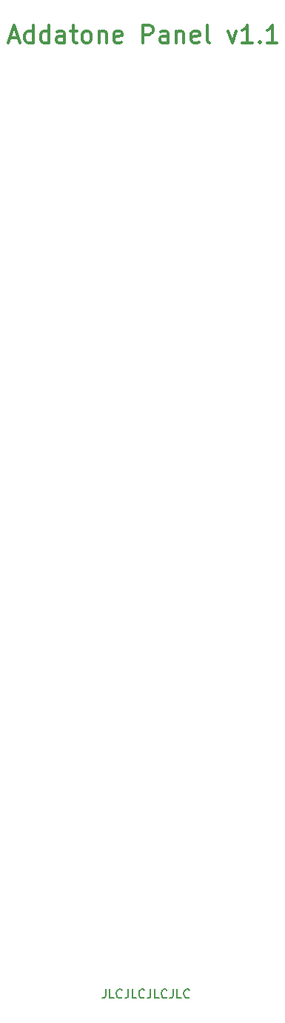
<source format=gbr>
%TF.GenerationSoftware,KiCad,Pcbnew,(5.99.0-12348-g4b436fb86d)*%
%TF.CreationDate,2021-09-23T15:20:11+01:00*%
%TF.ProjectId,Addatone Panel,41646461-746f-46e6-9520-50616e656c2e,rev?*%
%TF.SameCoordinates,Original*%
%TF.FileFunction,Legend,Top*%
%TF.FilePolarity,Positive*%
%FSLAX46Y46*%
G04 Gerber Fmt 4.6, Leading zero omitted, Abs format (unit mm)*
G04 Created by KiCad (PCBNEW (5.99.0-12348-g4b436fb86d)) date 2021-09-23 15:20:11*
%MOMM*%
%LPD*%
G01*
G04 APERTURE LIST*
%ADD10C,0.300000*%
%ADD11C,0.150000*%
G04 APERTURE END LIST*
D10*
X114914285Y-52033333D02*
X115866666Y-52033333D01*
X114723809Y-52604761D02*
X115390476Y-50604761D01*
X116057142Y-52604761D01*
X117580952Y-52604761D02*
X117580952Y-50604761D01*
X117580952Y-52509523D02*
X117390476Y-52604761D01*
X117009523Y-52604761D01*
X116819047Y-52509523D01*
X116723809Y-52414285D01*
X116628571Y-52223809D01*
X116628571Y-51652380D01*
X116723809Y-51461904D01*
X116819047Y-51366666D01*
X117009523Y-51271428D01*
X117390476Y-51271428D01*
X117580952Y-51366666D01*
X119390476Y-52604761D02*
X119390476Y-50604761D01*
X119390476Y-52509523D02*
X119200000Y-52604761D01*
X118819047Y-52604761D01*
X118628571Y-52509523D01*
X118533333Y-52414285D01*
X118438095Y-52223809D01*
X118438095Y-51652380D01*
X118533333Y-51461904D01*
X118628571Y-51366666D01*
X118819047Y-51271428D01*
X119200000Y-51271428D01*
X119390476Y-51366666D01*
X121200000Y-52604761D02*
X121200000Y-51557142D01*
X121104761Y-51366666D01*
X120914285Y-51271428D01*
X120533333Y-51271428D01*
X120342857Y-51366666D01*
X121200000Y-52509523D02*
X121009523Y-52604761D01*
X120533333Y-52604761D01*
X120342857Y-52509523D01*
X120247619Y-52319047D01*
X120247619Y-52128571D01*
X120342857Y-51938095D01*
X120533333Y-51842857D01*
X121009523Y-51842857D01*
X121200000Y-51747619D01*
X121866666Y-51271428D02*
X122628571Y-51271428D01*
X122152380Y-50604761D02*
X122152380Y-52319047D01*
X122247619Y-52509523D01*
X122438095Y-52604761D01*
X122628571Y-52604761D01*
X123580952Y-52604761D02*
X123390476Y-52509523D01*
X123295238Y-52414285D01*
X123200000Y-52223809D01*
X123200000Y-51652380D01*
X123295238Y-51461904D01*
X123390476Y-51366666D01*
X123580952Y-51271428D01*
X123866666Y-51271428D01*
X124057142Y-51366666D01*
X124152380Y-51461904D01*
X124247619Y-51652380D01*
X124247619Y-52223809D01*
X124152380Y-52414285D01*
X124057142Y-52509523D01*
X123866666Y-52604761D01*
X123580952Y-52604761D01*
X125104761Y-51271428D02*
X125104761Y-52604761D01*
X125104761Y-51461904D02*
X125200000Y-51366666D01*
X125390476Y-51271428D01*
X125676190Y-51271428D01*
X125866666Y-51366666D01*
X125961904Y-51557142D01*
X125961904Y-52604761D01*
X127676190Y-52509523D02*
X127485714Y-52604761D01*
X127104761Y-52604761D01*
X126914285Y-52509523D01*
X126819047Y-52319047D01*
X126819047Y-51557142D01*
X126914285Y-51366666D01*
X127104761Y-51271428D01*
X127485714Y-51271428D01*
X127676190Y-51366666D01*
X127771428Y-51557142D01*
X127771428Y-51747619D01*
X126819047Y-51938095D01*
X130152380Y-52604761D02*
X130152380Y-50604761D01*
X130914285Y-50604761D01*
X131104761Y-50700000D01*
X131200000Y-50795238D01*
X131295238Y-50985714D01*
X131295238Y-51271428D01*
X131200000Y-51461904D01*
X131104761Y-51557142D01*
X130914285Y-51652380D01*
X130152380Y-51652380D01*
X133009523Y-52604761D02*
X133009523Y-51557142D01*
X132914285Y-51366666D01*
X132723809Y-51271428D01*
X132342857Y-51271428D01*
X132152380Y-51366666D01*
X133009523Y-52509523D02*
X132819047Y-52604761D01*
X132342857Y-52604761D01*
X132152380Y-52509523D01*
X132057142Y-52319047D01*
X132057142Y-52128571D01*
X132152380Y-51938095D01*
X132342857Y-51842857D01*
X132819047Y-51842857D01*
X133009523Y-51747619D01*
X133961904Y-51271428D02*
X133961904Y-52604761D01*
X133961904Y-51461904D02*
X134057142Y-51366666D01*
X134247619Y-51271428D01*
X134533333Y-51271428D01*
X134723809Y-51366666D01*
X134819047Y-51557142D01*
X134819047Y-52604761D01*
X136533333Y-52509523D02*
X136342857Y-52604761D01*
X135961904Y-52604761D01*
X135771428Y-52509523D01*
X135676190Y-52319047D01*
X135676190Y-51557142D01*
X135771428Y-51366666D01*
X135961904Y-51271428D01*
X136342857Y-51271428D01*
X136533333Y-51366666D01*
X136628571Y-51557142D01*
X136628571Y-51747619D01*
X135676190Y-51938095D01*
X137771428Y-52604761D02*
X137580952Y-52509523D01*
X137485714Y-52319047D01*
X137485714Y-50604761D01*
X139866666Y-51271428D02*
X140342857Y-52604761D01*
X140819047Y-51271428D01*
X142628571Y-52604761D02*
X141485714Y-52604761D01*
X142057142Y-52604761D02*
X142057142Y-50604761D01*
X141866666Y-50890476D01*
X141676190Y-51080952D01*
X141485714Y-51176190D01*
X143485714Y-52414285D02*
X143580952Y-52509523D01*
X143485714Y-52604761D01*
X143390476Y-52509523D01*
X143485714Y-52414285D01*
X143485714Y-52604761D01*
X145485714Y-52604761D02*
X144342857Y-52604761D01*
X144914285Y-52604761D02*
X144914285Y-50604761D01*
X144723809Y-50890476D01*
X144533333Y-51080952D01*
X144342857Y-51176190D01*
D11*
X125880952Y-160852380D02*
X125880952Y-161566666D01*
X125833333Y-161709523D01*
X125738095Y-161804761D01*
X125595238Y-161852380D01*
X125500000Y-161852380D01*
X126833333Y-161852380D02*
X126357142Y-161852380D01*
X126357142Y-160852380D01*
X127738095Y-161757142D02*
X127690476Y-161804761D01*
X127547619Y-161852380D01*
X127452380Y-161852380D01*
X127309523Y-161804761D01*
X127214285Y-161709523D01*
X127166666Y-161614285D01*
X127119047Y-161423809D01*
X127119047Y-161280952D01*
X127166666Y-161090476D01*
X127214285Y-160995238D01*
X127309523Y-160900000D01*
X127452380Y-160852380D01*
X127547619Y-160852380D01*
X127690476Y-160900000D01*
X127738095Y-160947619D01*
X128452380Y-160852380D02*
X128452380Y-161566666D01*
X128404761Y-161709523D01*
X128309523Y-161804761D01*
X128166666Y-161852380D01*
X128071428Y-161852380D01*
X129404761Y-161852380D02*
X128928571Y-161852380D01*
X128928571Y-160852380D01*
X130309523Y-161757142D02*
X130261904Y-161804761D01*
X130119047Y-161852380D01*
X130023809Y-161852380D01*
X129880952Y-161804761D01*
X129785714Y-161709523D01*
X129738095Y-161614285D01*
X129690476Y-161423809D01*
X129690476Y-161280952D01*
X129738095Y-161090476D01*
X129785714Y-160995238D01*
X129880952Y-160900000D01*
X130023809Y-160852380D01*
X130119047Y-160852380D01*
X130261904Y-160900000D01*
X130309523Y-160947619D01*
X131023809Y-160852380D02*
X131023809Y-161566666D01*
X130976190Y-161709523D01*
X130880952Y-161804761D01*
X130738095Y-161852380D01*
X130642857Y-161852380D01*
X131976190Y-161852380D02*
X131500000Y-161852380D01*
X131500000Y-160852380D01*
X132880952Y-161757142D02*
X132833333Y-161804761D01*
X132690476Y-161852380D01*
X132595238Y-161852380D01*
X132452380Y-161804761D01*
X132357142Y-161709523D01*
X132309523Y-161614285D01*
X132261904Y-161423809D01*
X132261904Y-161280952D01*
X132309523Y-161090476D01*
X132357142Y-160995238D01*
X132452380Y-160900000D01*
X132595238Y-160852380D01*
X132690476Y-160852380D01*
X132833333Y-160900000D01*
X132880952Y-160947619D01*
X133595238Y-160852380D02*
X133595238Y-161566666D01*
X133547619Y-161709523D01*
X133452380Y-161804761D01*
X133309523Y-161852380D01*
X133214285Y-161852380D01*
X134547619Y-161852380D02*
X134071428Y-161852380D01*
X134071428Y-160852380D01*
X135452380Y-161757142D02*
X135404761Y-161804761D01*
X135261904Y-161852380D01*
X135166666Y-161852380D01*
X135023809Y-161804761D01*
X134928571Y-161709523D01*
X134880952Y-161614285D01*
X134833333Y-161423809D01*
X134833333Y-161280952D01*
X134880952Y-161090476D01*
X134928571Y-160995238D01*
X135023809Y-160900000D01*
X135166666Y-160852380D01*
X135261904Y-160852380D01*
X135404761Y-160900000D01*
X135452380Y-160947619D01*
M02*

</source>
